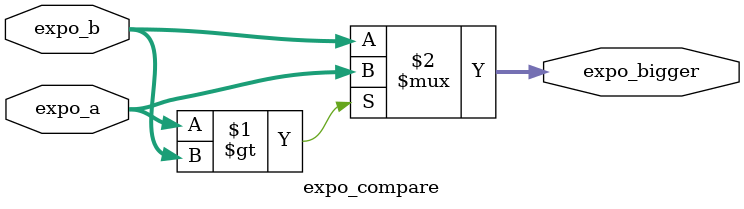
<source format=v>
module expo_compare #(
        parameter EXPO_WIDTH =8
) (
        input   [EXPO_WIDTH-1:0] expo_a,
        input   [EXPO_WIDTH-1:0] expo_b,
        output  [EXPO_WIDTH-1:0] expo_bigger
);
        assign expo_bigger = (expo_a > expo_b) ? expo_a:expo_b;
endmodule

</source>
